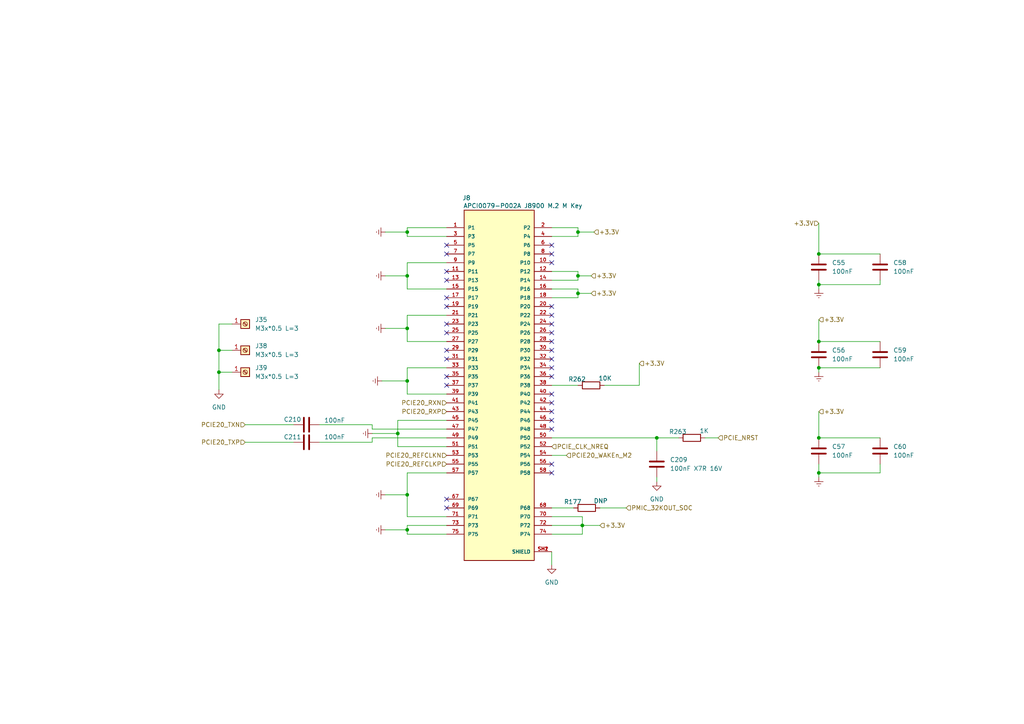
<source format=kicad_sch>
(kicad_sch (version 20231120) (generator "eeschema") (generator_version "8.0")
  (paper "A4")
  (lib_symbols
    (symbol "Connector:Screw_Terminal_01x01" (pin_names (offset 1.016) hide)
      (property "Reference" "J39" (at 2.8515 1.2701 0))
      (property "Value" "M3x*0.5 L=3" (at 2.8515 -1.2699 0))
      (symbol "Screw_Terminal_01x01_1_1"
        (rectangle (start -1.27 1.27) (end 1.27 -1.27) (stroke (width 0.254)) (fill (type background)))
        (polyline (pts (xy -0.5334 0.3302) (xy 0.3302 -0.508)) (stroke (width 0.1524)))
        (polyline (pts (xy -0.3556 0.508) (xy 0.508 -0.3302)) (stroke (width 0.1524)))
        (circle (center 0 0) (radius 0.635) (stroke (width 0.1524)))
        (pin input line (at -3.81 0 0) (length 2.54) (name "1") (number "1"))
      )
    )
    (symbol "Device:C" (pin_numbers hide) (pin_names (offset 0.254))
      (property "Reference" "C" (at 0.635 2.54 0))
      (property "Value" "C" (at 0.635 -2.54 0))
      (symbol "C_0_1"
        (polyline (pts (xy -2.032 -0.762) (xy 2.032 -0.762)) (stroke (width 0.508)))
        (polyline (pts (xy -2.032 0.762) (xy 2.032 0.762)) (stroke (width 0.508)))
      )
      (symbol "C_1_1"
        (pin passive line (at 0 3.81 270) (length 2.794) (name "~") (number "1"))
        (pin passive line (at 0 -3.81 90) (length 2.794) (name "~") (number "2"))
      )
    )
    (symbol "Device:R" (pin_numbers hide) (pin_names (offset 0))
      (property "Reference" "R" (at 2.032 0 90))
      (property "Value" "R" (at 0 0 90))
      (symbol "R_0_1"
        (rectangle (start -1.016 -2.54) (end 1.016 2.54) (stroke (width 0.254)))
      )
      (symbol "R_1_1"
        (pin passive line (at 0 3.81 270) (length 1.27) (name "~") (number "1"))
        (pin passive line (at 0 -3.81 90) (length 1.27) (name "~") (number "2"))
      )
    )
    (symbol "M.2TE:1-2199119-5" (pin_names (offset 1.016))
      (property "Reference" "J" (at -10.1938 51.7746 0))
      (property "Value" "1-2199119-5" (at -10.1934 -53.5506 0))
      (symbol "1-2199119-5_0_0"
        (rectangle (start -10.16 -50.8) (end 10.16 50.8) (stroke (width 0.254)) (fill (type background)))
        (pin passive line (at -15.24 45.72 0) (length 5.08) (name "P1") (number "1"))
        (pin passive line (at 15.24 35.56 180) (length 5.08) (name "P10") (number "10"))
        (pin passive line (at -15.24 33.02 0) (length 5.08) (name "P11") (number "11"))
        (pin passive line (at 15.24 33.02 180) (length 5.08) (name "P12") (number "12"))
        (pin passive line (at -15.24 30.48 0) (length 5.08) (name "P13") (number "13"))
        (pin passive line (at 15.24 30.48 180) (length 5.08) (name "P14") (number "14"))
        (pin passive line (at -15.24 27.94 0) (length 5.08) (name "P15") (number "15"))
        (pin passive line (at 15.24 27.94 180) (length 5.08) (name "P16") (number "16"))
        (pin passive line (at -15.24 25.4 0) (length 5.08) (name "P17") (number "17"))
        (pin passive line (at 15.24 25.4 180) (length 5.08) (name "P18") (number "18"))
        (pin passive line (at -15.24 22.86 0) (length 5.08) (name "P19") (number "19"))
        (pin passive line (at 15.24 45.72 180) (length 5.08) (name "P2") (number "2"))
        (pin passive line (at 15.24 22.86 180) (length 5.08) (name "P20") (number "20"))
        (pin passive line (at -15.24 20.32 0) (length 5.08) (name "P21") (number "21"))
        (pin passive line (at 15.24 20.32 180) (length 5.08) (name "P22") (number "22"))
        (pin passive line (at -15.24 17.78 0) (length 5.08) (name "P23") (number "23"))
        (pin passive line (at 15.24 17.78 180) (length 5.08) (name "P24") (number "24"))
        (pin passive line (at -15.24 15.24 0) (length 5.08) (name "P25") (number "25"))
        (pin passive line (at 15.24 15.24 180) (length 5.08) (name "P26") (number "26"))
        (pin passive line (at -15.24 12.7 0) (length 5.08) (name "P27") (number "27"))
        (pin passive line (at 15.24 12.7 180) (length 5.08) (name "P28") (number "28"))
        (pin passive line (at -15.24 10.16 0) (length 5.08) (name "P29") (number "29"))
        (pin passive line (at -15.24 43.18 0) (length 5.08) (name "P3") (number "3"))
        (pin passive line (at 15.24 10.16 180) (length 5.08) (name "P30") (number "30"))
        (pin passive line (at -15.24 7.62 0) (length 5.08) (name "P31") (number "31"))
        (pin passive line (at 15.24 7.62 180) (length 5.08) (name "P32") (number "32"))
        (pin passive line (at -15.24 5.08 0) (length 5.08) (name "P33") (number "33"))
        (pin passive line (at 15.24 5.08 180) (length 5.08) (name "P34") (number "34"))
        (pin passive line (at -15.24 2.54 0) (length 5.08) (name "P35") (number "35"))
        (pin passive line (at 15.24 2.54 180) (length 5.08) (name "P36") (number "36"))
        (pin passive line (at -15.24 0 0) (length 5.08) (name "P37") (number "37"))
        (pin passive line (at 15.24 0 180) (length 5.08) (name "P38") (number "38"))
        (pin passive line (at -15.24 -2.54 0) (length 5.08) (name "P39") (number "39"))
        (pin passive line (at 15.24 43.18 180) (length 5.08) (name "P4") (number "4"))
        (pin passive line (at 15.24 -2.54 180) (length 5.08) (name "P40") (number "40"))
        (pin passive line (at -15.24 -5.08 0) (length 5.08) (name "P41") (number "41"))
        (pin passive line (at 15.24 -5.08 180) (length 5.08) (name "P42") (number "42"))
        (pin passive line (at -15.24 -7.62 0) (length 5.08) (name "P43") (number "43"))
        (pin passive line (at 15.24 -7.62 180) (length 5.08) (name "P44") (number "44"))
        (pin passive line (at -15.24 -10.16 0) (length 5.08) (name "P45") (number "45"))
        (pin passive line (at 15.24 -10.16 180) (length 5.08) (name "P46") (number "46"))
        (pin passive line (at -15.24 -12.7 0) (length 5.08) (name "P47") (number "47"))
        (pin passive line (at 15.24 -12.7 180) (length 5.08) (name "P48") (number "48"))
        (pin passive line (at -15.24 -15.24 0) (length 5.08) (name "P49") (number "49"))
        (pin passive line (at -15.24 40.64 0) (length 5.08) (name "P5") (number "5"))
        (pin passive line (at 15.24 -15.24 180) (length 5.08) (name "P50") (number "50"))
        (pin passive line (at -15.24 -17.78 0) (length 5.08) (name "P51") (number "51"))
        (pin passive line (at 15.24 -17.78 180) (length 5.08) (name "P52") (number "52"))
        (pin passive line (at -15.24 -20.32 0) (length 5.08) (name "P53") (number "53"))
        (pin passive line (at 15.24 -20.32 180) (length 5.08) (name "P54") (number "54"))
        (pin passive line (at -15.24 -22.86 0) (length 5.08) (name "P55") (number "55"))
        (pin passive line (at 15.24 -22.86 180) (length 5.08) (name "P56") (number "56"))
        (pin passive line (at -15.24 -25.4 0) (length 5.08) (name "P57") (number "57"))
        (pin passive line (at 15.24 -25.4 180) (length 5.08) (name "P58") (number "58"))
        (pin passive line (at 15.24 40.64 180) (length 5.08) (name "P6") (number "6"))
        (pin passive line (at -15.24 -33.02 0) (length 5.08) (name "P67") (number "67"))
        (pin passive line (at 15.24 -35.56 180) (length 5.08) (name "P68") (number "68"))
        (pin passive line (at -15.24 -35.56 0) (length 5.08) (name "P69") (number "69"))
        (pin passive line (at -15.24 38.1 0) (length 5.08) (name "P7") (number "7"))
        (pin passive line (at 15.24 -38.1 180) (length 5.08) (name "P70") (number "70"))
        (pin passive line (at -15.24 -38.1 0) (length 5.08) (name "P71") (number "71"))
        (pin passive line (at 15.24 -40.64 180) (length 5.08) (name "P72") (number "72"))
        (pin passive line (at -15.24 -40.64 0) (length 5.08) (name "P73") (number "73"))
        (pin passive line (at 15.24 -43.18 180) (length 5.08) (name "P74") (number "74"))
        (pin passive line (at -15.24 -43.18 0) (length 5.08) (name "P75") (number "75"))
        (pin passive line (at 15.24 38.1 180) (length 5.08) (name "P8") (number "8"))
        (pin passive line (at -15.24 35.56 0) (length 5.08) (name "P9") (number "9"))
        (pin passive line (at 15.24 -48.26 180) (length 5.08) (name "SHIELD") (number "SH1"))
        (pin passive line (at 15.24 -48.26 180) (length 5.08) (name "SHIELD") (number "SH2"))
      )
    )
    (symbol "Screw_Terminal_01x01_1" (pin_names (offset 1.016) hide)
      (property "Reference" "J35" (at 2.8515 1.2701 0))
      (property "Value" "M3x*0.5 L=3" (at 2.8515 -1.2699 0))
      (symbol "Screw_Terminal_01x01_1_1_1"
        (rectangle (start -1.27 1.27) (end 1.27 -1.27) (stroke (width 0.254)) (fill (type background)))
        (polyline (pts (xy -0.5334 0.3302) (xy 0.3302 -0.508)) (stroke (width 0.1524)))
        (polyline (pts (xy -0.3556 0.508) (xy 0.508 -0.3302)) (stroke (width 0.1524)))
        (circle (center 0 0) (radius 0.635) (stroke (width 0.1524)))
        (pin input line (at -3.81 0 0) (length 2.54) (name "1") (number "1"))
      )
    )
    (symbol "Screw_Terminal_01x01_2" (pin_names (offset 1.016) hide)
      (property "Reference" "J38" (at 2.8515 1.2701 0))
      (property "Value" "M3x*0.5 L=3" (at 2.8515 -1.2699 0))
      (symbol "Screw_Terminal_01x01_2_1_1"
        (rectangle (start -1.27 1.27) (end 1.27 -1.27) (stroke (width 0.254)) (fill (type background)))
        (polyline (pts (xy -0.5334 0.3302) (xy 0.3302 -0.508)) (stroke (width 0.1524)))
        (polyline (pts (xy -0.3556 0.508) (xy 0.508 -0.3302)) (stroke (width 0.1524)))
        (circle (center 0 0) (radius 0.635) (stroke (width 0.1524)))
        (pin input line (at -3.81 0 0) (length 2.54) (name "1") (number "1"))
      )
    )
    (symbol "power:Earth" (power) (pin_names (offset 0))
      (symbol "Earth_0_1"
        (polyline (pts (xy -0.635 -1.905) (xy 0.635 -1.905)))
        (polyline (pts (xy -0.127 -2.54) (xy 0.127 -2.54)))
        (polyline (pts (xy 0 -1.27) (xy 0 0)))
        (polyline (pts (xy 1.27 -1.27) (xy -1.27 -1.27)))
      )
      (symbol "Earth_1_1"
        (pin power_in line (at 0 0 270) (length 0) hide (name "Earth") (number "1"))
      )
    )
    (symbol "power:GND" (power) (pin_names (offset 0))
      (property "Value" "GND" (at 0 -3.81 0))
      (symbol "GND_0_1"
        (polyline (pts (xy 0 0) (xy 0 -1.27) (xy 1.27 -1.27) (xy 0 -2.54) (xy -1.27 -1.27) (xy 0 -1.27)))
      )
      (symbol "GND_1_1"
        (pin power_in line (at 0 0 270) (length 0) hide (name "GND") (number "1"))
      )
    )
  )
  (junction (at 237.49 106.68))
  (junction (at 167.64 80.01))
  (junction (at 118.11 67.31))
  (junction (at 237.49 137.16))
  (junction (at 118.11 110.49))
  (junction (at 118.11 95.25))
  (junction (at 190.5 127))
  (junction (at 237.49 82.55))
  (junction (at 237.49 127))
  (junction (at 168.91 152.4))
  (junction (at 167.64 85.09))
  (junction (at 118.11 153.67))
  (junction (at 167.64 67.31))
  (junction (at 63.5 107.95))
  (junction (at 118.11 80.01))
  (junction (at 237.49 99.06))
  (junction (at 115.3655 125.73))
  (junction (at 237.49 73.66))
  (junction (at 63.5 101.6))
  (junction (at 118.11 143.51))
  (no_connect (at 129.54 144.78))
  (no_connect (at 129.54 147.32))
  (no_connect (at 160.02 137.16))
  (no_connect (at 160.02 134.62))
  (no_connect (at 160.02 124.46))
  (no_connect (at 129.54 71.12))
  (no_connect (at 129.54 73.66))
  (no_connect (at 129.54 78.74))
  (no_connect (at 129.54 81.28))
  (no_connect (at 129.54 86.36))
  (no_connect (at 129.54 88.9))
  (no_connect (at 129.54 93.98))
  (no_connect (at 129.54 96.52))
  (no_connect (at 129.54 111.76))
  (no_connect (at 160.02 119.38))
  (no_connect (at 160.02 116.84))
  (no_connect (at 160.02 114.3))
  (no_connect (at 160.02 99.06))
  (no_connect (at 129.54 101.6))
  (no_connect (at 129.54 104.14))
  (no_connect (at 129.54 109.22))
  (no_connect (at 160.02 121.92))
  (no_connect (at 160.02 109.22))
  (no_connect (at 160.02 106.68))
  (no_connect (at 160.02 104.14))
  (no_connect (at 160.02 101.6))
  (no_connect (at 160.02 96.52))
  (no_connect (at 160.02 93.98))
  (no_connect (at 160.02 91.44))
  (no_connect (at 160.02 88.9))
  (no_connect (at 160.02 76.2))
  (no_connect (at 160.02 73.66))
  (no_connect (at 160.02 71.12))
  (wire (pts (xy 107.95 125.73) (xy 115.3655 125.73)))
  (wire (pts (xy 167.64 67.31) (xy 167.64 68.58)))
  (wire (pts (xy 107.95 124.46) (xy 129.54 124.46)))
  (wire (pts (xy 181.61 147.32) (xy 173.99 147.32)))
  (wire (pts (xy 129.54 91.44) (xy 118.11 91.44)))
  (wire (pts (xy 168.91 152.4) (xy 173.99 152.4)))
  (wire (pts (xy 118.11 154.94) (xy 129.54 154.94)))
  (wire (pts (xy 118.11 66.04) (xy 118.11 67.31)))
  (wire (pts (xy 167.64 80.01) (xy 171.45 80.01)))
  (wire (pts (xy 111.76 80.01) (xy 118.11 80.01)))
  (wire (pts (xy 190.5 130.81) (xy 190.5 127)))
  (wire (pts (xy 92.71 123.19) (xy 107.95 123.19)))
  (wire (pts (xy 237.49 138.43) (xy 237.49 137.16)))
  (wire (pts (xy 168.91 154.94) (xy 168.91 152.4)))
  (wire (pts (xy 160.02 86.36) (xy 167.64 86.36)))
  (wire (pts (xy 92.71 128.27) (xy 107.95 128.27)))
  (wire (pts (xy 160.02 111.76) (xy 167.64 111.76)))
  (wire (pts (xy 237.49 73.66) (xy 255.27 73.66)))
  (wire (pts (xy 175.26 111.76) (xy 185.42 111.76)))
  (wire (pts (xy 168.91 149.86) (xy 168.91 152.4)))
  (wire (pts (xy 118.11 114.3) (xy 129.54 114.3)))
  (wire (pts (xy 71.12 128.27) (xy 85.09 128.27)))
  (wire (pts (xy 118.11 66.04) (xy 129.54 66.04)))
  (wire (pts (xy 67.31 101.6) (xy 63.5 101.6)))
  (wire (pts (xy 160.02 149.86) (xy 168.91 149.86)))
  (wire (pts (xy 118.11 143.51) (xy 118.11 149.86)))
  (wire (pts (xy 63.5 107.95) (xy 67.31 107.95)))
  (wire (pts (xy 168.91 152.4) (xy 160.02 152.4)))
  (wire (pts (xy 160.02 78.74) (xy 167.64 78.74)))
  (wire (pts (xy 118.11 76.2) (xy 118.11 80.01)))
  (wire (pts (xy 190.5 127) (xy 160.02 127)))
  (wire (pts (xy 110.7612 110.49) (xy 118.11 110.49)))
  (wire (pts (xy 237.49 119.38) (xy 237.49 127)))
  (wire (pts (xy 111.76 153.67) (xy 118.11 153.67)))
  (wire (pts (xy 164.2573 132.08) (xy 160.02 132.08)))
  (wire (pts (xy 118.11 106.68) (xy 129.54 106.68)))
  (wire (pts (xy 160.02 163.83) (xy 160.02 160.02)))
  (wire (pts (xy 208.28 127) (xy 204.47 127)))
  (wire (pts (xy 167.64 83.82) (xy 167.64 85.09)))
  (wire (pts (xy 111.76 143.51) (xy 118.11 143.51)))
  (wire (pts (xy 237.49 137.16) (xy 237.49 134.62)))
  (wire (pts (xy 118.11 80.01) (xy 118.11 83.82)))
  (wire (pts (xy 107.95 127) (xy 129.54 127)))
  (wire (pts (xy 118.11 83.82) (xy 129.54 83.82)))
  (wire (pts (xy 118.11 91.44) (xy 118.11 95.25)))
  (wire (pts (xy 237.49 107.95) (xy 237.49 106.68)))
  (wire (pts (xy 237.49 81.28) (xy 237.49 82.55)))
  (wire (pts (xy 118.11 153.67) (xy 118.11 154.94)))
  (wire (pts (xy 237.49 82.55) (xy 237.49 83.82)))
  (wire (pts (xy 167.64 85.09) (xy 171.45 85.09)))
  (wire (pts (xy 129.54 152.4) (xy 118.11 152.4)))
  (wire (pts (xy 237.49 64.77) (xy 237.49 73.66)))
  (wire (pts (xy 118.11 137.16) (xy 118.11 143.51)))
  (wire (pts (xy 166.37 147.32) (xy 160.02 147.32)))
  (wire (pts (xy 118.11 68.58) (xy 129.54 68.58)))
  (wire (pts (xy 160.02 83.82) (xy 167.64 83.82)))
  (wire (pts (xy 237.49 82.55) (xy 255.27 82.55)))
  (wire (pts (xy 185.42 111.76) (xy 185.42 105.41)))
  (wire (pts (xy 63.5 93.98) (xy 63.5 101.6)))
  (wire (pts (xy 129.54 137.16) (xy 118.11 137.16)))
  (wire (pts (xy 160.02 66.04) (xy 167.64 66.04)))
  (wire (pts (xy 237.49 137.16) (xy 255.27 137.16)))
  (wire (pts (xy 167.64 66.04) (xy 167.64 67.31)))
  (wire (pts (xy 115.3655 121.92) (xy 115.3655 125.73)))
  (wire (pts (xy 111.76 95.25) (xy 118.11 95.25)))
  (wire (pts (xy 118.11 67.31) (xy 118.11 68.58)))
  (wire (pts (xy 118.11 110.49) (xy 118.11 114.3)))
  (wire (pts (xy 107.95 123.19) (xy 107.95 124.46)))
  (wire (pts (xy 167.64 68.58) (xy 160.02 68.58)))
  (wire (pts (xy 167.64 78.74) (xy 167.64 80.01)))
  (wire (pts (xy 167.64 80.01) (xy 167.64 81.28)))
  (wire (pts (xy 111.76 67.31) (xy 118.11 67.31)))
  (wire (pts (xy 118.11 149.86) (xy 129.54 149.86)))
  (wire (pts (xy 118.11 95.25) (xy 118.11 99.06)))
  (wire (pts (xy 167.64 81.28) (xy 160.02 81.28)))
  (wire (pts (xy 118.11 106.68) (xy 118.11 110.49)))
  (wire (pts (xy 167.64 67.31) (xy 172.2696 67.31)))
  (wire (pts (xy 107.95 128.27) (xy 107.95 127)))
  (wire (pts (xy 167.64 85.09) (xy 167.64 86.36)))
  (wire (pts (xy 115.3655 129.54) (xy 129.54 129.54)))
  (wire (pts (xy 255.27 134.62) (xy 255.27 137.16)))
  (wire (pts (xy 115.3655 125.73) (xy 115.3655 129.54)))
  (wire (pts (xy 129.54 121.92) (xy 115.3655 121.92)))
  (wire (pts (xy 67.31 93.98) (xy 63.5 93.98)))
  (wire (pts (xy 196.85 127) (xy 190.5 127)))
  (wire (pts (xy 237.49 99.06) (xy 255.27 99.06)))
  (wire (pts (xy 190.5 139.7) (xy 190.5 138.43)))
  (wire (pts (xy 237.49 127) (xy 255.27 127)))
  (wire (pts (xy 63.5 113.03) (xy 63.5 107.95)))
  (wire (pts (xy 237.49 92.71) (xy 237.49 99.06)))
  (wire (pts (xy 255.27 81.28) (xy 255.27 82.55)))
  (wire (pts (xy 160.02 154.94) (xy 168.91 154.94)))
  (wire (pts (xy 129.54 76.2) (xy 118.11 76.2)))
  (wire (pts (xy 71.12 123.19) (xy 85.09 123.19)))
  (wire (pts (xy 118.11 99.06) (xy 129.54 99.06)))
  (wire (pts (xy 118.11 152.4) (xy 118.11 153.67)))
  (wire (pts (xy 63.5 101.6) (xy 63.5 107.95)))
  (wire (pts (xy 237.49 106.68) (xy 255.27 106.68)))
  (hierarchical_label "+3.3V" (shape input) (at 185.42 105.41 0))
  (hierarchical_label "PCIE20_WAKEn_M2" (shape input) (at 164.2573 132.08 0))
  (hierarchical_label "PCIE20_REFCLKN" (shape input) (at 129.54 132.08 180))
  (hierarchical_label "+3.3V" (shape input) (at 237.49 92.71 0))
  (hierarchical_label "+3.3V" (shape input) (at 172.2696 67.31 0))
  (hierarchical_label "PCIE20_TXN" (shape input) (at 71.12 123.19 180))
  (hierarchical_label "PCIE20_RXN" (shape input) (at 129.54 116.84 180))
  (hierarchical_label "PMIC_32KOUT_SOC" (shape input) (at 181.61 147.32 0))
  (hierarchical_label "+3.3V" (shape input) (at 171.45 80.01 0))
  (hierarchical_label "+3.3V" (shape input) (at 237.49 119.38 0))
  (hierarchical_label "PCIE_CLK_NREQ" (shape input) (at 160.02 129.54 0))
  (hierarchical_label "PCIE20_REFCLKP" (shape input) (at 129.54 134.62 180))
  (hierarchical_label "PCIE20_RXP" (shape input) (at 129.54 119.38 180))
  (hierarchical_label "+3.3V" (shape input) (at 237.49 64.77 180))
  (hierarchical_label "+3.3V" (shape input) (at 173.99 152.4 0))
  (hierarchical_label "PCIE_NRST" (shape input) (at 208.28 127 0))
  (hierarchical_label "+3.3V" (shape input) (at 171.45 85.09 0))
  (hierarchical_label "PCIE20_TXP" (shape input) (at 71.12 128.27 180))
  (symbol (lib_id "M.2TE:1-2199119-5") (at 144.78 111.76 0) (unit 1)
    (property "Reference" "J8" (at 134.112 57.404 0) (effects (justify left)))
    (property "Value" "APCI0079-P002A J8900 M.2 M Key" (at 134.366 59.69 0) (effects (justify left)))
    (property "Footprint" "Library:APCI0079-P002A J8900 M.2 M Key" (effects (hide yes)))
    (property "Comment" "1-2199119-5" (effects (hide yes)))
    (property "MPN" "NGFF 67P连接器 M.2 SSD插槽 4+5 H3.2" (effects (hide yes)))
  )
  (symbol (lib_id "power:Earth") (at 111.76 153.67 270) (unit 1)
    (property "Reference" "#PWR0177" (effects (hide yes)))
    (property "Value" "Earth" (effects (hide yes)))
    (property "Description" "Power symbol creates a global label with name \"Earth\"" (effects (hide yes)))
  )
  (symbol (lib_id "power:Earth") (at 111.76 80.01 270) (unit 1)
    (property "Reference" "#PWR0105" (effects (hide yes)))
    (property "Value" "Earth" (effects (hide yes)))
    (property "Description" "Power symbol creates a global label with name \"Earth\"" (effects (hide yes)))
  )
  (symbol (lib_id "Device:R") (at 171.45 111.76 270) (unit 1)
    (property "Reference" "R262" (at 167.386 109.982 90))
    (property "Value" "10K" (at 175.514 109.728 90))
    (property "Footprint" "Resistor_SMD:R_0402_1005Metric" (effects (hide yes)))
    (property "MPN" "RC0402FR-0710KL" (effects (hide yes)))
  )
  (symbol (lib_id "Device:C") (at 190.5 134.62 0) (unit 1)
    (property "Reference" "C209" (at 194.31 133.3499 0) (effects (justify left)))
    (property "Value" "100nF X7R 16V" (at 194.31 135.8899 0) (effects (justify left)))
    (property "Footprint" "Capacitor_SMD:C_0402_1005Metric" (effects (hide yes)))
    (property "MPN" "CC0402KRX7R7BB104" (effects (hide yes)))
  )
  (symbol (lib_id "power:Earth") (at 107.95 125.73 270) (unit 1)
    (property "Reference" "#PWR0181" (effects (hide yes)))
    (property "Value" "Earth" (effects (hide yes)))
    (property "Description" "Power symbol creates a global label with name \"Earth\"" (effects (hide yes)))
  )
  (symbol (lib_id "Device:C") (at 255.27 130.81 0) (unit 1)
    (property "Reference" "C60" (at 259.08 129.5399 0) (effects (justify left)))
    (property "Value" "100nF" (at 259.08 132.0799 0) (effects (justify left)))
    (property "Footprint" "Capacitor_SMD:C_0603_1608Metric" (effects (hide yes)))
    (property "MPN" "0603B104K500NT" (effects (hide yes)))
  )
  (symbol (lib_name "Screw_Terminal_01x01_2") (lib_id "Connector:Screw_Terminal_01x01") (at 71.12 101.6 0) (unit 1)
    (property "Reference" "J38" (at 73.9715 100.3299 0) (effects (justify left)))
    (property "Value" "M3x*0.5 L=3" (at 73.9715 102.8699 0) (effects (justify left)))
    (property "Footprint" "Footprint:Screw Terminal Shinbo" (effects (hide yes)))
    (property "Description" "Board mounting elevator    M3 hole size, 4 pins PCB-64-M3" (effects (hide yes)))
    (property "MPN" "SMTSO-M3-3ET" (effects (hide yes)))
  )
  (symbol (lib_id "power:Earth") (at 237.49 138.43 0) (unit 1)
    (property "Reference" "#PWR0182" (effects (hide yes)))
    (property "Value" "Earth" (effects (hide yes)))
    (property "Description" "Power symbol creates a global label with name \"Earth\"" (effects (hide yes)))
  )
  (symbol (lib_id "power:GND") (at 190.5 139.7 0) (unit 1)
    (property "Reference" "#PWR0229" (effects (hide yes)))
    (property "Value" "GND" (at 190.5 144.78 0))
  )
  (symbol (lib_id "power:Earth") (at 111.76 67.31 270) (unit 1)
    (property "Reference" "#PWR0104" (effects (hide yes)))
    (property "Value" "Earth" (effects (hide yes)))
    (property "Description" "Power symbol creates a global label with name \"Earth\"" (effects (hide yes)))
  )
  (symbol (lib_id "power:Earth") (at 110.7612 110.49 270) (unit 1)
    (property "Reference" "#PWR0180" (effects (hide yes)))
    (property "Value" "Earth" (effects (hide yes)))
    (property "Description" "Power symbol creates a global label with name \"Earth\"" (effects (hide yes)))
  )
  (symbol (lib_id "Device:R") (at 170.18 147.32 270) (unit 1)
    (property "Reference" "R177" (at 166.116 145.542 90))
    (property "Value" "DNP" (at 174.244 145.288 90))
    (property "Footprint" "Resistor_SMD:R_0603_1608Metric" (effects (hide yes)))
  )
  (symbol (lib_id "power:Earth") (at 111.76 95.25 270) (unit 1)
    (property "Reference" "#PWR0179" (effects (hide yes)))
    (property "Value" "Earth" (effects (hide yes)))
    (property "Description" "Power symbol creates a global label with name \"Earth\"" (effects (hide yes)))
  )
  (symbol (lib_id "Device:C") (at 255.27 102.87 0) (unit 1)
    (property "Reference" "C59" (at 259.08 101.5999 0) (effects (justify left)))
    (property "Value" "100nF" (at 259.08 104.1399 0) (effects (justify left)))
    (property "Footprint" "Capacitor_SMD:C_0603_1608Metric" (effects (hide yes)))
    (property "MPN" "0603B104K500NT" (effects (hide yes)))
  )
  (symbol (lib_id "power:Earth") (at 237.49 83.82 0) (unit 1)
    (property "Reference" "#PWR0184" (effects (hide yes)))
    (property "Value" "Earth" (effects (hide yes)))
    (property "Description" "Power symbol creates a global label with name \"Earth\"" (effects (hide yes)))
  )
  (symbol (lib_id "power:GND") (at 160.02 163.83 0) (unit 1)
    (property "Reference" "#PWR0178" (effects (hide yes)))
    (property "Value" "GND" (at 160.02 168.91 0))
  )
  (symbol (lib_id "Device:C") (at 88.9 123.19 90) (unit 1)
    (property "Reference" "C210" (at 84.836 121.666 90))
    (property "Value" "100nF " (at 97.536 121.92 90))
    (property "Footprint" "Capacitor_SMD:C_0402_1005Metric" (effects (hide yes)))
    (property "MPN" "CC0402KRX7R7BB104" (effects (hide yes)))
  )
  (symbol (lib_id "Device:C") (at 255.27 77.47 0) (unit 1)
    (property "Reference" "C58" (at 259.08 76.1999 0) (effects (justify left)))
    (property "Value" "100nF" (at 259.08 78.7399 0) (effects (justify left)))
    (property "Footprint" "Capacitor_SMD:C_0603_1608Metric" (effects (hide yes)))
    (property "MPN" "0603B104K500NT" (effects (hide yes)))
  )
  (symbol (lib_id "power:Earth") (at 237.49 107.95 0) (unit 1)
    (property "Reference" "#PWR0183" (effects (hide yes)))
    (property "Value" "Earth" (effects (hide yes)))
    (property "Description" "Power symbol creates a global label with name \"Earth\"" (effects (hide yes)))
  )
  (symbol (lib_id "Device:C") (at 237.49 102.87 0) (unit 1)
    (property "Reference" "C56" (at 241.3 101.5999 0) (effects (justify left)))
    (property "Value" "100nF" (at 241.3 104.1399 0) (effects (justify left)))
    (property "Footprint" "Capacitor_SMD:C_0603_1608Metric" (effects (hide yes)))
    (property "MPN" "0603B104K500NT" (effects (hide yes)))
  )
  (symbol (lib_id "Device:C") (at 237.49 130.81 0) (unit 1)
    (property "Reference" "C57" (at 241.3 129.5399 0) (effects (justify left)))
    (property "Value" "100nF" (at 241.3 132.0799 0) (effects (justify left)))
    (property "Footprint" "Capacitor_SMD:C_0603_1608Metric" (effects (hide yes)))
    (property "MPN" "0603B104K500NT" (effects (hide yes)))
  )
  (symbol (lib_id "Device:R") (at 200.66 127 270) (unit 1)
    (property "Reference" "R263" (at 196.596 125.222 90))
    (property "Value" "1K " (at 204.724 124.968 90))
    (property "Footprint" "Resistor_SMD:R_0402_1005Metric" (effects (hide yes)))
    (property "MPN" "0402WGF1001TCE" (effects (hide yes)))
  )
  (symbol (lib_id "Device:C") (at 88.9 128.27 90) (unit 1)
    (property "Reference" "C211" (at 84.836 126.746 90))
    (property "Value" "100nF " (at 97.536 126.746 90))
    (property "Footprint" "Capacitor_SMD:C_0402_1005Metric" (effects (hide yes)))
    (property "MPN" "CC0402KRX7R7BB104" (effects (hide yes)))
  )
  (symbol (lib_name "Screw_Terminal_01x01_1") (lib_id "Connector:Screw_Terminal_01x01") (at 71.12 93.98 0) (unit 1)
    (property "Reference" "J35" (at 73.9715 92.7099 0) (effects (justify left)))
    (property "Value" "M3x*0.5 L=3" (at 73.9715 95.2499 0) (effects (justify left)))
    (property "Footprint" "Footprint:Screw Terminal Shinbo" (effects (hide yes)))
    (property "Description" "Board mounting elevator    M3 hole size, 4 pins PCB-64-M3" (effects (hide yes)))
    (property "MPN" "SMTSO-M3-3ET" (effects (hide yes)))
  )
  (symbol (lib_id "power:Earth") (at 111.76 143.51 270) (unit 1)
    (property "Reference" "#PWR0106" (effects (hide yes)))
    (property "Value" "Earth" (effects (hide yes)))
    (property "Description" "Power symbol creates a global label with name \"Earth\"" (effects (hide yes)))
  )
  (symbol (lib_id "power:GND") (at 63.5 113.03 0) (unit 1)
    (property "Reference" "#PWR0230" (effects (hide yes)))
    (property "Value" "GND" (at 63.5 118.11 0))
  )
  (symbol (lib_id "Device:C") (at 237.49 77.47 0) (unit 1)
    (property "Reference" "C55" (at 241.3 76.1999 0) (effects (justify left)))
    (property "Value" "100nF" (at 241.3 78.7399 0) (effects (justify left)))
    (property "Footprint" "Capacitor_SMD:C_0603_1608Metric" (effects (hide yes)))
    (property "MPN" "0603B104K500NT" (effects (hide yes)))
  )
  (symbol (lib_id "Connector:Screw_Terminal_01x01") (at 71.12 107.95 0) (unit 1)
    (property "Reference" "J39" (at 73.9715 106.6799 0) (effects (justify left)))
    (property "Value" "M3x*0.5 L=3" (at 73.9715 109.2199 0) (effects (justify left)))
    (property "Footprint" "Footprint:Screw Terminal Shinbo" (effects (hide yes)))
    (property "Description" "Board mounting elevator    M3 hole size, 4 pins PCB-64-M3" (effects (hide yes)))
    (property "MPN" "SMTSO-M3-3ET" (effects (hide yes)))
  )
)
</source>
